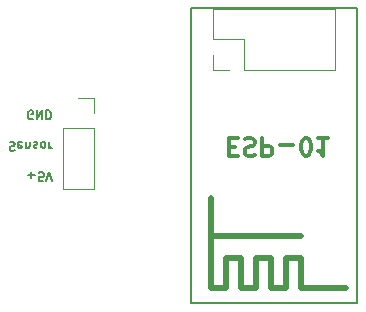
<source format=gbo>
G04 #@! TF.FileFunction,Legend,Bot*
%FSLAX46Y46*%
G04 Gerber Fmt 4.6, Leading zero omitted, Abs format (unit mm)*
G04 Created by KiCad (PCBNEW 4.0.7) date 01/23/18 00:00:34*
%MOMM*%
%LPD*%
G01*
G04 APERTURE LIST*
%ADD10C,0.100000*%
%ADD11C,0.150000*%
%ADD12C,0.300000*%
%ADD13C,0.500000*%
%ADD14C,0.200000*%
%ADD15C,0.120000*%
G04 APERTURE END LIST*
D10*
D11*
X130550778Y-101034488D02*
X131122207Y-101034488D01*
X130836493Y-100748773D02*
X130836493Y-101320202D01*
X131836492Y-101498773D02*
X131479349Y-101498773D01*
X131443635Y-101141630D01*
X131479349Y-101177345D01*
X131550778Y-101213059D01*
X131729349Y-101213059D01*
X131800778Y-101177345D01*
X131836492Y-101141630D01*
X131872207Y-101070202D01*
X131872207Y-100891630D01*
X131836492Y-100820202D01*
X131800778Y-100784488D01*
X131729349Y-100748773D01*
X131550778Y-100748773D01*
X131479349Y-100784488D01*
X131443635Y-100820202D01*
X132086493Y-101498773D02*
X132336493Y-100748773D01*
X132586493Y-101498773D01*
X128991064Y-98244488D02*
X129098207Y-98208773D01*
X129276778Y-98208773D01*
X129348207Y-98244488D01*
X129383921Y-98280202D01*
X129419636Y-98351630D01*
X129419636Y-98423059D01*
X129383921Y-98494488D01*
X129348207Y-98530202D01*
X129276778Y-98565916D01*
X129133921Y-98601630D01*
X129062493Y-98637345D01*
X129026778Y-98673059D01*
X128991064Y-98744488D01*
X128991064Y-98815916D01*
X129026778Y-98887345D01*
X129062493Y-98923059D01*
X129133921Y-98958773D01*
X129312493Y-98958773D01*
X129419636Y-98923059D01*
X130026779Y-98244488D02*
X129955350Y-98208773D01*
X129812493Y-98208773D01*
X129741064Y-98244488D01*
X129705350Y-98315916D01*
X129705350Y-98601630D01*
X129741064Y-98673059D01*
X129812493Y-98708773D01*
X129955350Y-98708773D01*
X130026779Y-98673059D01*
X130062493Y-98601630D01*
X130062493Y-98530202D01*
X129705350Y-98458773D01*
X130383921Y-98708773D02*
X130383921Y-98208773D01*
X130383921Y-98637345D02*
X130419636Y-98673059D01*
X130491064Y-98708773D01*
X130598207Y-98708773D01*
X130669636Y-98673059D01*
X130705350Y-98601630D01*
X130705350Y-98208773D01*
X131026778Y-98244488D02*
X131098207Y-98208773D01*
X131241064Y-98208773D01*
X131312492Y-98244488D01*
X131348207Y-98315916D01*
X131348207Y-98351630D01*
X131312492Y-98423059D01*
X131241064Y-98458773D01*
X131133921Y-98458773D01*
X131062492Y-98494488D01*
X131026778Y-98565916D01*
X131026778Y-98601630D01*
X131062492Y-98673059D01*
X131133921Y-98708773D01*
X131241064Y-98708773D01*
X131312492Y-98673059D01*
X131776778Y-98208773D02*
X131705350Y-98244488D01*
X131669635Y-98280202D01*
X131633921Y-98351630D01*
X131633921Y-98565916D01*
X131669635Y-98637345D01*
X131705350Y-98673059D01*
X131776778Y-98708773D01*
X131883921Y-98708773D01*
X131955350Y-98673059D01*
X131991064Y-98637345D01*
X132026778Y-98565916D01*
X132026778Y-98351630D01*
X131991064Y-98280202D01*
X131955350Y-98244488D01*
X131883921Y-98208773D01*
X131776778Y-98208773D01*
X132348206Y-98208773D02*
X132348206Y-98708773D01*
X132348206Y-98565916D02*
X132383921Y-98637345D01*
X132419635Y-98673059D01*
X132491064Y-98708773D01*
X132562492Y-98708773D01*
X130943636Y-96256059D02*
X130872207Y-96291773D01*
X130765064Y-96291773D01*
X130657921Y-96256059D01*
X130586493Y-96184630D01*
X130550778Y-96113202D01*
X130515064Y-95970345D01*
X130515064Y-95863202D01*
X130550778Y-95720345D01*
X130586493Y-95648916D01*
X130657921Y-95577488D01*
X130765064Y-95541773D01*
X130836493Y-95541773D01*
X130943636Y-95577488D01*
X130979350Y-95613202D01*
X130979350Y-95863202D01*
X130836493Y-95863202D01*
X131300778Y-95541773D02*
X131300778Y-96291773D01*
X131729350Y-95541773D01*
X131729350Y-96291773D01*
X132086492Y-95541773D02*
X132086492Y-96291773D01*
X132265064Y-96291773D01*
X132372207Y-96256059D01*
X132443635Y-96184630D01*
X132479350Y-96113202D01*
X132515064Y-95970345D01*
X132515064Y-95863202D01*
X132479350Y-95720345D01*
X132443635Y-95648916D01*
X132372207Y-95577488D01*
X132265064Y-95541773D01*
X132086492Y-95541773D01*
D12*
X147594197Y-98670870D02*
X148094197Y-98670870D01*
X148308483Y-97885156D02*
X147594197Y-97885156D01*
X147594197Y-99385156D01*
X148308483Y-99385156D01*
X148879911Y-97956584D02*
X149094197Y-97885156D01*
X149451340Y-97885156D01*
X149594197Y-97956584D01*
X149665626Y-98028013D01*
X149737054Y-98170870D01*
X149737054Y-98313727D01*
X149665626Y-98456584D01*
X149594197Y-98528013D01*
X149451340Y-98599441D01*
X149165626Y-98670870D01*
X149022768Y-98742298D01*
X148951340Y-98813727D01*
X148879911Y-98956584D01*
X148879911Y-99099441D01*
X148951340Y-99242298D01*
X149022768Y-99313727D01*
X149165626Y-99385156D01*
X149522768Y-99385156D01*
X149737054Y-99313727D01*
X150379911Y-97885156D02*
X150379911Y-99385156D01*
X150951339Y-99385156D01*
X151094197Y-99313727D01*
X151165625Y-99242298D01*
X151237054Y-99099441D01*
X151237054Y-98885156D01*
X151165625Y-98742298D01*
X151094197Y-98670870D01*
X150951339Y-98599441D01*
X150379911Y-98599441D01*
X151879911Y-98456584D02*
X153022768Y-98456584D01*
X154022768Y-99385156D02*
X154165625Y-99385156D01*
X154308482Y-99313727D01*
X154379911Y-99242298D01*
X154451340Y-99099441D01*
X154522768Y-98813727D01*
X154522768Y-98456584D01*
X154451340Y-98170870D01*
X154379911Y-98028013D01*
X154308482Y-97956584D01*
X154165625Y-97885156D01*
X154022768Y-97885156D01*
X153879911Y-97956584D01*
X153808482Y-98028013D01*
X153737054Y-98170870D01*
X153665625Y-98456584D01*
X153665625Y-98813727D01*
X153737054Y-99099441D01*
X153808482Y-99242298D01*
X153879911Y-99313727D01*
X154022768Y-99385156D01*
X155951339Y-97885156D02*
X155094196Y-97885156D01*
X155522768Y-97885156D02*
X155522768Y-99385156D01*
X155379911Y-99170870D01*
X155237053Y-99028013D01*
X155094196Y-98956584D01*
D13*
X157452053Y-110628727D02*
X153642053Y-110628727D01*
X147292053Y-108088727D02*
X147292053Y-110628727D01*
X148562053Y-108088727D02*
X147292053Y-108088727D01*
X148562053Y-110628727D02*
X148562053Y-108088727D01*
X149832053Y-110628727D02*
X148562053Y-110628727D01*
X153642053Y-106183727D02*
X146022053Y-106183727D01*
X149832053Y-108088727D02*
X149832053Y-110628727D01*
X151102053Y-108088727D02*
X149832053Y-108088727D01*
X151102053Y-110628727D02*
X151102053Y-108088727D01*
X152372053Y-110628727D02*
X151102053Y-110628727D01*
X152372053Y-108088727D02*
X152372053Y-110628727D01*
X153642053Y-108088727D02*
X152372053Y-108088727D01*
X153642053Y-110628727D02*
X153642053Y-108088727D01*
X147292053Y-110628727D02*
X146022053Y-110628727D01*
X146022053Y-103008727D02*
X146022053Y-110628727D01*
D14*
X158367053Y-111893727D02*
X144367053Y-111893727D01*
X158367053Y-86893727D02*
X158367053Y-111893727D01*
X158367053Y-86893727D02*
X144367053Y-86893727D01*
X144367053Y-86893727D02*
X144367053Y-111893727D01*
D15*
X148844000Y-92135000D02*
X156524000Y-92135000D01*
X156524000Y-92135000D02*
X156524000Y-86935000D01*
X156524000Y-86935000D02*
X146244000Y-86935000D01*
X146244000Y-86935000D02*
X146244000Y-89535000D01*
X146244000Y-89535000D02*
X148844000Y-89535000D01*
X148844000Y-89535000D02*
X148844000Y-92135000D01*
X147574000Y-92135000D02*
X146244000Y-92135000D01*
X146244000Y-92135000D02*
X146244000Y-90865000D01*
X136137414Y-97065156D02*
X136137414Y-102205156D01*
X136137414Y-102205156D02*
X133477414Y-102205156D01*
X133477414Y-102205156D02*
X133477414Y-97065156D01*
X133477414Y-97065156D02*
X136137414Y-97065156D01*
X136137414Y-95795156D02*
X136137414Y-94465156D01*
X136137414Y-94465156D02*
X134807414Y-94465156D01*
M02*

</source>
